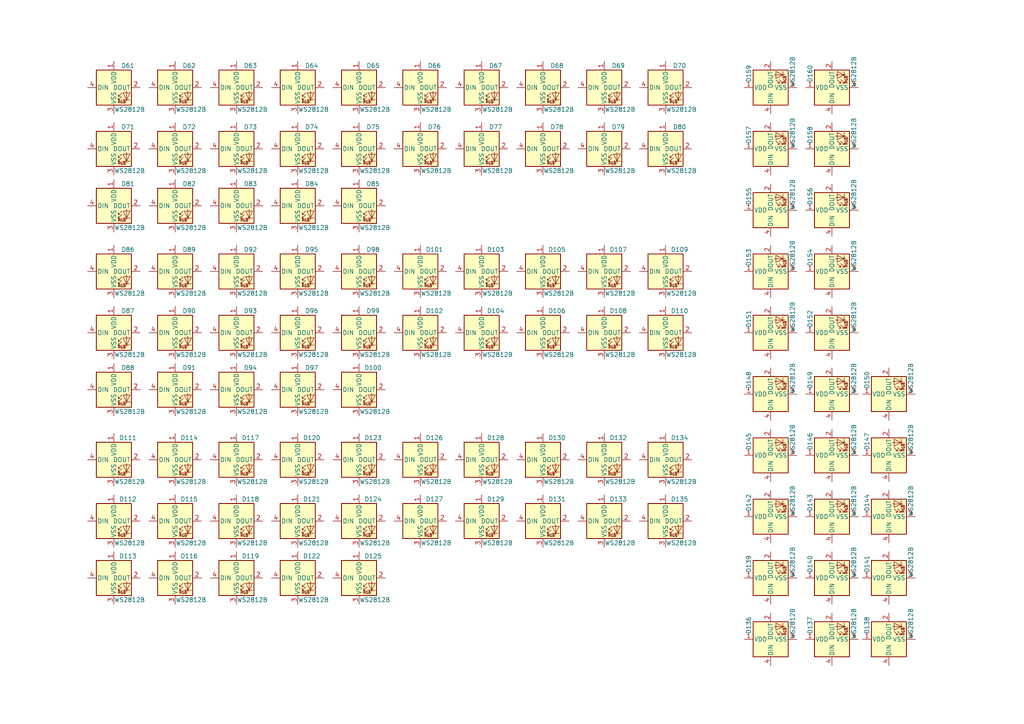
<source format=kicad_sch>
(kicad_sch (version 20231120) (generator "eeschema") (generator_version "8.0")
  (paper "A4")
  (lib_symbols
    (symbol "LED:WS2812B" (pin_names (offset 0.254))
      (property "Reference" "D" (at 5.08 5.715 0))
      (property "Value" "WS2812B" (at 1.27 -5.715 0))
      (symbol "WS2812B_0_0"
        (text "RGB" (at 2.286 -4.191 0) (effects (font (size 0.762 0.762))))
      )
      (symbol "WS2812B_0_1"
        (polyline (pts (xy 1.27 -3.556) (xy 1.778 -3.556)))
        (polyline (pts (xy 1.27 -2.54) (xy 1.778 -2.54)))
        (polyline (pts (xy 4.699 -3.556) (xy 2.667 -3.556)))
        (polyline (pts (xy 2.286 -2.54) (xy 1.27 -3.556) (xy 1.27 -3.048)))
        (polyline (pts (xy 2.286 -1.524) (xy 1.27 -2.54) (xy 1.27 -2.032)))
        (polyline (pts (xy 3.683 -1.016) (xy 3.683 -3.556) (xy 3.683 -4.064)))
        (polyline (pts (xy 4.699 -1.524) (xy 2.667 -1.524) (xy 3.683 -3.556) (xy 4.699 -1.524)))
        (rectangle (start 5.08 5.08) (end -5.08 -5.08) (stroke (width 0.254)) (fill (type background)))
      )
      (symbol "WS2812B_1_1"
        (pin power_in line (at 0 7.62 270) (length 2.54) (name "VDD") (number "1"))
        (pin output line (at 7.62 0 180) (length 2.54) (name "DOUT") (number "2"))
        (pin power_in line (at 0 -7.62 90) (length 2.54) (name "VSS") (number "3"))
        (pin input line (at -7.62 0 0) (length 2.54) (name "DIN") (number "4"))
      )
    )
  )
  (symbol (lib_id "LED:WS2812B") (at 121.92 151.13 0) (unit 1)
    (property "Reference" "D127" (at 125.984 144.78 0))
    (property "Value" "WS2812B" (at 126.492 157.48 0))
    (property "Footprint" "LED_SMD:LED_WS2812B-2020_PLCC4_2.0x2.0mm" (effects (hide yes)))
    (property "Datasheet" "https://cdn-shop.adafruit.com/datasheets/WS2812B.pdf" (effects (hide yes)))
    (property "Description" "RGB LED with integrated controller" (effects (hide yes)))
  )
  (symbol (lib_id "LED:WS2812B") (at 86.36 78.74 0) (unit 1)
    (property "Reference" "D95" (at 90.424 72.39 0))
    (property "Value" "WS2812B" (at 90.932 85.09 0))
    (property "Footprint" "LED_SMD:LED_WS2812B-2020_PLCC4_2.0x2.0mm" (effects (hide yes)))
    (property "Datasheet" "https://cdn-shop.adafruit.com/datasheets/WS2812B.pdf" (effects (hide yes)))
    (property "Description" "RGB LED with integrated controller" (effects (hide yes)))
  )
  (symbol (lib_id "LED:WS2812B") (at 50.8 151.13 0) (unit 1)
    (property "Reference" "D115" (at 54.864 144.78 0))
    (property "Value" "WS2812B" (at 55.372 157.48 0))
    (property "Footprint" "LED_SMD:LED_WS2812B-2020_PLCC4_2.0x2.0mm" (effects (hide yes)))
    (property "Datasheet" "https://cdn-shop.adafruit.com/datasheets/WS2812B.pdf" (effects (hide yes)))
    (property "Description" "RGB LED with integrated controller" (effects (hide yes)))
  )
  (symbol (lib_id "LED:WS2812B") (at 193.04 43.18 0) (unit 1)
    (property "Reference" "D80" (at 197.104 36.83 0))
    (property "Value" "WS2812B" (at 197.612 49.53 0))
    (property "Footprint" "LED_SMD:LED_WS2812B-2020_PLCC4_2.0x2.0mm" (effects (hide yes)))
    (property "Datasheet" "https://cdn-shop.adafruit.com/datasheets/WS2812B.pdf" (effects (hide yes)))
    (property "Description" "RGB LED with integrated controller" (effects (hide yes)))
  )
  (symbol (lib_id "LED:WS2812B") (at 223.52 114.3 90) (unit 1)
    (property "Reference" "D148" (at 217.17 110.236 0))
    (property "Value" "WS2812B" (at 229.87 109.728 0))
    (property "Footprint" "LED_SMD:LED_WS2812B-2020_PLCC4_2.0x2.0mm" (effects (hide yes)))
    (property "Datasheet" "https://cdn-shop.adafruit.com/datasheets/WS2812B.pdf" (effects (hide yes)))
    (property "Description" "RGB LED with integrated controller" (effects (hide yes)))
  )
  (symbol (lib_id "LED:WS2812B") (at 223.52 185.42 90) (unit 1)
    (property "Reference" "D136" (at 217.17 181.356 0))
    (property "Value" "WS2812B" (at 229.87 180.848 0))
    (property "Footprint" "LED_SMD:LED_WS2812B-2020_PLCC4_2.0x2.0mm" (effects (hide yes)))
    (property "Datasheet" "https://cdn-shop.adafruit.com/datasheets/WS2812B.pdf" (effects (hide yes)))
    (property "Description" "RGB LED with integrated controller" (effects (hide yes)))
  )
  (symbol (lib_id "LED:WS2812B") (at 223.52 78.74 90) (unit 1)
    (property "Reference" "D153" (at 217.17 74.676 0))
    (property "Value" "WS2812B" (at 229.87 74.168 0))
    (property "Footprint" "LED_SMD:LED_WS2812B-2020_PLCC4_2.0x2.0mm" (effects (hide yes)))
    (property "Datasheet" "https://cdn-shop.adafruit.com/datasheets/WS2812B.pdf" (effects (hide yes)))
    (property "Description" "RGB LED with integrated controller" (effects (hide yes)))
  )
  (symbol (lib_id "LED:WS2812B") (at 33.02 133.35 0) (unit 1)
    (property "Reference" "D111" (at 37.084 127 0))
    (property "Value" "WS2812B" (at 37.592 139.7 0))
    (property "Footprint" "LED_SMD:LED_WS2812B-2020_PLCC4_2.0x2.0mm" (effects (hide yes)))
    (property "Datasheet" "https://cdn-shop.adafruit.com/datasheets/WS2812B.pdf" (effects (hide yes)))
    (property "Description" "RGB LED with integrated controller" (effects (hide yes)))
  )
  (symbol (lib_id "LED:WS2812B") (at 175.26 133.35 0) (unit 1)
    (property "Reference" "D132" (at 179.324 127 0))
    (property "Value" "WS2812B" (at 179.832 139.7 0))
    (property "Footprint" "LED_SMD:LED_WS2812B-2020_PLCC4_2.0x2.0mm" (effects (hide yes)))
    (property "Datasheet" "https://cdn-shop.adafruit.com/datasheets/WS2812B.pdf" (effects (hide yes)))
    (property "Description" "RGB LED with integrated controller" (effects (hide yes)))
  )
  (symbol (lib_id "LED:WS2812B") (at 121.92 133.35 0) (unit 1)
    (property "Reference" "D126" (at 125.984 127 0))
    (property "Value" "WS2812B" (at 126.492 139.7 0))
    (property "Footprint" "LED_SMD:LED_WS2812B-2020_PLCC4_2.0x2.0mm" (effects (hide yes)))
    (property "Datasheet" "https://cdn-shop.adafruit.com/datasheets/WS2812B.pdf" (effects (hide yes)))
    (property "Description" "RGB LED with integrated controller" (effects (hide yes)))
  )
  (symbol (lib_id "LED:WS2812B") (at 241.3 43.18 90) (unit 1)
    (property "Reference" "D158" (at 234.95 39.116 0))
    (property "Value" "WS2812B" (at 247.65 38.608 0))
    (property "Footprint" "LED_SMD:LED_WS2812B-2020_PLCC4_2.0x2.0mm" (effects (hide yes)))
    (property "Datasheet" "https://cdn-shop.adafruit.com/datasheets/WS2812B.pdf" (effects (hide yes)))
    (property "Description" "RGB LED with integrated controller" (effects (hide yes)))
  )
  (symbol (lib_id "LED:WS2812B") (at 86.36 151.13 0) (unit 1)
    (property "Reference" "D121" (at 90.424 144.78 0))
    (property "Value" "WS2812B" (at 90.932 157.48 0))
    (property "Footprint" "LED_SMD:LED_WS2812B-2020_PLCC4_2.0x2.0mm" (effects (hide yes)))
    (property "Datasheet" "https://cdn-shop.adafruit.com/datasheets/WS2812B.pdf" (effects (hide yes)))
    (property "Description" "RGB LED with integrated controller" (effects (hide yes)))
  )
  (symbol (lib_id "LED:WS2812B") (at 50.8 43.18 0) (unit 1)
    (property "Reference" "D72" (at 54.864 36.83 0))
    (property "Value" "WS2812B" (at 55.372 49.53 0))
    (property "Footprint" "LED_SMD:LED_WS2812B-2020_PLCC4_2.0x2.0mm" (effects (hide yes)))
    (property "Datasheet" "https://cdn-shop.adafruit.com/datasheets/WS2812B.pdf" (effects (hide yes)))
    (property "Description" "RGB LED with integrated controller" (effects (hide yes)))
  )
  (symbol (lib_id "LED:WS2812B") (at 139.7 133.35 0) (unit 1)
    (property "Reference" "D128" (at 143.764 127 0))
    (property "Value" "WS2812B" (at 144.272 139.7 0))
    (property "Footprint" "LED_SMD:LED_WS2812B-2020_PLCC4_2.0x2.0mm" (effects (hide yes)))
    (property "Datasheet" "https://cdn-shop.adafruit.com/datasheets/WS2812B.pdf" (effects (hide yes)))
    (property "Description" "RGB LED with integrated controller" (effects (hide yes)))
  )
  (symbol (lib_id "LED:WS2812B") (at 193.04 96.52 0) (unit 1)
    (property "Reference" "D110" (at 197.104 90.17 0))
    (property "Value" "WS2812B" (at 197.612 102.87 0))
    (property "Footprint" "LED_SMD:LED_WS2812B-2020_PLCC4_2.0x2.0mm" (effects (hide yes)))
    (property "Datasheet" "https://cdn-shop.adafruit.com/datasheets/WS2812B.pdf" (effects (hide yes)))
    (property "Description" "RGB LED with integrated controller" (effects (hide yes)))
  )
  (symbol (lib_id "LED:WS2812B") (at 223.52 96.52 90) (unit 1)
    (property "Reference" "D151" (at 217.17 92.456 0))
    (property "Value" "WS2812B" (at 229.87 91.948 0))
    (property "Footprint" "LED_SMD:LED_WS2812B-2020_PLCC4_2.0x2.0mm" (effects (hide yes)))
    (property "Datasheet" "https://cdn-shop.adafruit.com/datasheets/WS2812B.pdf" (effects (hide yes)))
    (property "Description" "RGB LED with integrated controller" (effects (hide yes)))
  )
  (symbol (lib_id "LED:WS2812B") (at 257.81 167.64 90) (unit 1)
    (property "Reference" "D141" (at 251.46 163.576 0))
    (property "Value" "WS2812B" (at 264.16 163.068 0))
    (property "Footprint" "LED_SMD:LED_WS2812B-2020_PLCC4_2.0x2.0mm" (effects (hide yes)))
    (property "Datasheet" "https://cdn-shop.adafruit.com/datasheets/WS2812B.pdf" (effects (hide yes)))
    (property "Description" "RGB LED with integrated controller" (effects (hide yes)))
  )
  (symbol (lib_id "LED:WS2812B") (at 121.92 43.18 0) (unit 1)
    (property "Reference" "D76" (at 125.984 36.83 0))
    (property "Value" "WS2812B" (at 126.492 49.53 0))
    (property "Footprint" "LED_SMD:LED_WS2812B-2020_PLCC4_2.0x2.0mm" (effects (hide yes)))
    (property "Datasheet" "https://cdn-shop.adafruit.com/datasheets/WS2812B.pdf" (effects (hide yes)))
    (property "Description" "RGB LED with integrated controller" (effects (hide yes)))
  )
  (symbol (lib_id "LED:WS2812B") (at 241.3 96.52 90) (unit 1)
    (property "Reference" "D152" (at 234.95 92.456 0))
    (property "Value" "WS2812B" (at 247.65 91.948 0))
    (property "Footprint" "LED_SMD:LED_WS2812B-2020_PLCC4_2.0x2.0mm" (effects (hide yes)))
    (property "Datasheet" "https://cdn-shop.adafruit.com/datasheets/WS2812B.pdf" (effects (hide yes)))
    (property "Description" "RGB LED with integrated controller" (effects (hide yes)))
  )
  (symbol (lib_id "LED:WS2812B") (at 157.48 96.52 0) (unit 1)
    (property "Reference" "D106" (at 161.544 90.17 0))
    (property "Value" "WS2812B" (at 162.052 102.87 0))
    (property "Footprint" "LED_SMD:LED_WS2812B-2020_PLCC4_2.0x2.0mm" (effects (hide yes)))
    (property "Datasheet" "https://cdn-shop.adafruit.com/datasheets/WS2812B.pdf" (effects (hide yes)))
    (property "Description" "RGB LED with integrated controller" (effects (hide yes)))
  )
  (symbol (lib_id "LED:WS2812B") (at 86.36 113.03 0) (unit 1)
    (property "Reference" "D97" (at 90.424 106.68 0))
    (property "Value" "WS2812B" (at 90.932 119.38 0))
    (property "Footprint" "LED_SMD:LED_WS2812B-2020_PLCC4_2.0x2.0mm" (effects (hide yes)))
    (property "Datasheet" "https://cdn-shop.adafruit.com/datasheets/WS2812B.pdf" (effects (hide yes)))
    (property "Description" "RGB LED with integrated controller" (effects (hide yes)))
  )
  (symbol (lib_id "LED:WS2812B") (at 139.7 96.52 0) (unit 1)
    (property "Reference" "D104" (at 143.764 90.17 0))
    (property "Value" "WS2812B" (at 144.272 102.87 0))
    (property "Footprint" "LED_SMD:LED_WS2812B-2020_PLCC4_2.0x2.0mm" (effects (hide yes)))
    (property "Datasheet" "https://cdn-shop.adafruit.com/datasheets/WS2812B.pdf" (effects (hide yes)))
    (property "Description" "RGB LED with integrated controller" (effects (hide yes)))
  )
  (symbol (lib_id "LED:WS2812B") (at 68.58 25.4 0) (unit 1)
    (property "Reference" "D63" (at 72.644 19.05 0))
    (property "Value" "WS2812B" (at 73.152 31.75 0))
    (property "Footprint" "LED_SMD:LED_WS2812B-2020_PLCC4_2.0x2.0mm" (effects (hide yes)))
    (property "Datasheet" "https://cdn-shop.adafruit.com/datasheets/WS2812B.pdf" (effects (hide yes)))
    (property "Description" "RGB LED with integrated controller" (effects (hide yes)))
  )
  (symbol (lib_id "LED:WS2812B") (at 157.48 43.18 0) (unit 1)
    (property "Reference" "D78" (at 161.544 36.83 0))
    (property "Value" "WS2812B" (at 162.052 49.53 0))
    (property "Footprint" "LED_SMD:LED_WS2812B-2020_PLCC4_2.0x2.0mm" (effects (hide yes)))
    (property "Datasheet" "https://cdn-shop.adafruit.com/datasheets/WS2812B.pdf" (effects (hide yes)))
    (property "Description" "RGB LED with integrated controller" (effects (hide yes)))
  )
  (symbol (lib_id "LED:WS2812B") (at 157.48 151.13 0) (unit 1)
    (property "Reference" "D131" (at 161.544 144.78 0))
    (property "Value" "WS2812B" (at 162.052 157.48 0))
    (property "Footprint" "LED_SMD:LED_WS2812B-2020_PLCC4_2.0x2.0mm" (effects (hide yes)))
    (property "Datasheet" "https://cdn-shop.adafruit.com/datasheets/WS2812B.pdf" (effects (hide yes)))
    (property "Description" "RGB LED with integrated controller" (effects (hide yes)))
  )
  (symbol (lib_id "LED:WS2812B") (at 104.14 151.13 0) (unit 1)
    (property "Reference" "D124" (at 108.204 144.78 0))
    (property "Value" "WS2812B" (at 108.712 157.48 0))
    (property "Footprint" "LED_SMD:LED_WS2812B-2020_PLCC4_2.0x2.0mm" (effects (hide yes)))
    (property "Datasheet" "https://cdn-shop.adafruit.com/datasheets/WS2812B.pdf" (effects (hide yes)))
    (property "Description" "RGB LED with integrated controller" (effects (hide yes)))
  )
  (symbol (lib_id "LED:WS2812B") (at 104.14 43.18 0) (unit 1)
    (property "Reference" "D75" (at 108.204 36.83 0))
    (property "Value" "WS2812B" (at 108.712 49.53 0))
    (property "Footprint" "LED_SMD:LED_WS2812B-2020_PLCC4_2.0x2.0mm" (effects (hide yes)))
    (property "Datasheet" "https://cdn-shop.adafruit.com/datasheets/WS2812B.pdf" (effects (hide yes)))
    (property "Description" "RGB LED with integrated controller" (effects (hide yes)))
  )
  (symbol (lib_id "LED:WS2812B") (at 175.26 151.13 0) (unit 1)
    (property "Reference" "D133" (at 179.324 144.78 0))
    (property "Value" "WS2812B" (at 179.832 157.48 0))
    (property "Footprint" "LED_SMD:LED_WS2812B-2020_PLCC4_2.0x2.0mm" (effects (hide yes)))
    (property "Datasheet" "https://cdn-shop.adafruit.com/datasheets/WS2812B.pdf" (effects (hide yes)))
    (property "Description" "RGB LED with integrated controller" (effects (hide yes)))
  )
  (symbol (lib_id "LED:WS2812B") (at 50.8 78.74 0) (unit 1)
    (property "Reference" "D89" (at 54.864 72.39 0))
    (property "Value" "WS2812B" (at 55.372 85.09 0))
    (property "Footprint" "LED_SMD:LED_WS2812B-2020_PLCC4_2.0x2.0mm" (effects (hide yes)))
    (property "Datasheet" "https://cdn-shop.adafruit.com/datasheets/WS2812B.pdf" (effects (hide yes)))
    (property "Description" "RGB LED with integrated controller" (effects (hide yes)))
  )
  (symbol (lib_id "LED:WS2812B") (at 241.3 78.74 90) (unit 1)
    (property "Reference" "D154" (at 234.95 74.676 0))
    (property "Value" "WS2812B" (at 247.65 74.168 0))
    (property "Footprint" "LED_SMD:LED_WS2812B-2020_PLCC4_2.0x2.0mm" (effects (hide yes)))
    (property "Datasheet" "https://cdn-shop.adafruit.com/datasheets/WS2812B.pdf" (effects (hide yes)))
    (property "Description" "RGB LED with integrated controller" (effects (hide yes)))
  )
  (symbol (lib_id "LED:WS2812B") (at 241.3 185.42 90) (unit 1)
    (property "Reference" "D137" (at 234.95 181.356 0))
    (property "Value" "WS2812B" (at 247.65 180.848 0))
    (property "Footprint" "LED_SMD:LED_WS2812B-2020_PLCC4_2.0x2.0mm" (effects (hide yes)))
    (property "Datasheet" "https://cdn-shop.adafruit.com/datasheets/WS2812B.pdf" (effects (hide yes)))
    (property "Description" "RGB LED with integrated controller" (effects (hide yes)))
  )
  (symbol (lib_id "LED:WS2812B") (at 257.81 149.86 90) (unit 1)
    (property "Reference" "D144" (at 251.46 145.796 0))
    (property "Value" "WS2812B" (at 264.16 145.288 0))
    (property "Footprint" "LED_SMD:LED_WS2812B-2020_PLCC4_2.0x2.0mm" (effects (hide yes)))
    (property "Datasheet" "https://cdn-shop.adafruit.com/datasheets/WS2812B.pdf" (effects (hide yes)))
    (property "Description" "RGB LED with integrated controller" (effects (hide yes)))
  )
  (symbol (lib_id "LED:WS2812B") (at 223.52 43.18 90) (unit 1)
    (property "Reference" "D157" (at 217.17 39.116 0))
    (property "Value" "WS2812B" (at 229.87 38.608 0))
    (property "Footprint" "LED_SMD:LED_WS2812B-2020_PLCC4_2.0x2.0mm" (effects (hide yes)))
    (property "Datasheet" "https://cdn-shop.adafruit.com/datasheets/WS2812B.pdf" (effects (hide yes)))
    (property "Description" "RGB LED with integrated controller" (effects (hide yes)))
  )
  (symbol (lib_id "LED:WS2812B") (at 86.36 59.69 0) (unit 1)
    (property "Reference" "D84" (at 90.424 53.34 0))
    (property "Value" "WS2812B" (at 90.932 66.04 0))
    (property "Footprint" "LED_SMD:LED_WS2812B-2020_PLCC4_2.0x2.0mm" (effects (hide yes)))
    (property "Datasheet" "https://cdn-shop.adafruit.com/datasheets/WS2812B.pdf" (effects (hide yes)))
    (property "Description" "RGB LED with integrated controller" (effects (hide yes)))
  )
  (symbol (lib_id "LED:WS2812B") (at 157.48 133.35 0) (unit 1)
    (property "Reference" "D130" (at 161.544 127 0))
    (property "Value" "WS2812B" (at 162.052 139.7 0))
    (property "Footprint" "LED_SMD:LED_WS2812B-2020_PLCC4_2.0x2.0mm" (effects (hide yes)))
    (property "Datasheet" "https://cdn-shop.adafruit.com/datasheets/WS2812B.pdf" (effects (hide yes)))
    (property "Description" "RGB LED with integrated controller" (effects (hide yes)))
  )
  (symbol (lib_id "LED:WS2812B") (at 241.3 60.96 90) (unit 1)
    (property "Reference" "D156" (at 234.95 56.896 0))
    (property "Value" "WS2812B" (at 247.65 56.388 0))
    (property "Footprint" "LED_SMD:LED_WS2812B-2020_PLCC4_2.0x2.0mm" (effects (hide yes)))
    (property "Datasheet" "https://cdn-shop.adafruit.com/datasheets/WS2812B.pdf" (effects (hide yes)))
    (property "Description" "RGB LED with integrated controller" (effects (hide yes)))
  )
  (symbol (lib_id "LED:WS2812B") (at 33.02 151.13 0) (unit 1)
    (property "Reference" "D112" (at 37.084 144.78 0))
    (property "Value" "WS2812B" (at 37.592 157.48 0))
    (property "Footprint" "LED_SMD:LED_WS2812B-2020_PLCC4_2.0x2.0mm" (effects (hide yes)))
    (property "Datasheet" "https://cdn-shop.adafruit.com/datasheets/WS2812B.pdf" (effects (hide yes)))
    (property "Description" "RGB LED with integrated controller" (effects (hide yes)))
  )
  (symbol (lib_id "LED:WS2812B") (at 223.52 167.64 90) (unit 1)
    (property "Reference" "D139" (at 217.17 163.576 0))
    (property "Value" "WS2812B" (at 229.87 163.068 0))
    (property "Footprint" "LED_SMD:LED_WS2812B-2020_PLCC4_2.0x2.0mm" (effects (hide yes)))
    (property "Datasheet" "https://cdn-shop.adafruit.com/datasheets/WS2812B.pdf" (effects (hide yes)))
    (property "Description" "RGB LED with integrated controller" (effects (hide yes)))
  )
  (symbol (lib_id "LED:WS2812B") (at 104.14 78.74 0) (unit 1)
    (property "Reference" "D98" (at 108.204 72.39 0))
    (property "Value" "WS2812B" (at 108.712 85.09 0))
    (property "Footprint" "LED_SMD:LED_WS2812B-2020_PLCC4_2.0x2.0mm" (effects (hide yes)))
    (property "Datasheet" "https://cdn-shop.adafruit.com/datasheets/WS2812B.pdf" (effects (hide yes)))
    (property "Description" "RGB LED with integrated controller" (effects (hide yes)))
  )
  (symbol (lib_id "LED:WS2812B") (at 68.58 59.69 0) (unit 1)
    (property "Reference" "D83" (at 72.644 53.34 0))
    (property "Value" "WS2812B" (at 73.152 66.04 0))
    (property "Footprint" "LED_SMD:LED_WS2812B-2020_PLCC4_2.0x2.0mm" (effects (hide yes)))
    (property "Datasheet" "https://cdn-shop.adafruit.com/datasheets/WS2812B.pdf" (effects (hide yes)))
    (property "Description" "RGB LED with integrated controller" (effects (hide yes)))
  )
  (symbol (lib_id "LED:WS2812B") (at 157.48 25.4 0) (unit 1)
    (property "Reference" "D68" (at 161.544 19.05 0))
    (property "Value" "WS2812B" (at 162.052 31.75 0))
    (property "Footprint" "LED_SMD:LED_WS2812B-2020_PLCC4_2.0x2.0mm" (effects (hide yes)))
    (property "Datasheet" "https://cdn-shop.adafruit.com/datasheets/WS2812B.pdf" (effects (hide yes)))
    (property "Description" "RGB LED with integrated controller" (effects (hide yes)))
  )
  (symbol (lib_id "LED:WS2812B") (at 33.02 59.69 0) (unit 1)
    (property "Reference" "D81" (at 37.084 53.34 0))
    (property "Value" "WS2812B" (at 37.592 66.04 0))
    (property "Footprint" "LED_SMD:LED_WS2812B-2020_PLCC4_2.0x2.0mm" (effects (hide yes)))
    (property "Datasheet" "https://cdn-shop.adafruit.com/datasheets/WS2812B.pdf" (effects (hide yes)))
    (property "Description" "RGB LED with integrated controller" (effects (hide yes)))
  )
  (symbol (lib_id "LED:WS2812B") (at 50.8 59.69 0) (unit 1)
    (property "Reference" "D82" (at 54.864 53.34 0))
    (property "Value" "WS2812B" (at 55.372 66.04 0))
    (property "Footprint" "LED_SMD:LED_WS2812B-2020_PLCC4_2.0x2.0mm" (effects (hide yes)))
    (property "Datasheet" "https://cdn-shop.adafruit.com/datasheets/WS2812B.pdf" (effects (hide yes)))
    (property "Description" "RGB LED with integrated controller" (effects (hide yes)))
  )
  (symbol (lib_id "LED:WS2812B") (at 68.58 78.74 0) (unit 1)
    (property "Reference" "D92" (at 72.644 72.39 0))
    (property "Value" "WS2812B" (at 73.152 85.09 0))
    (property "Footprint" "LED_SMD:LED_WS2812B-2020_PLCC4_2.0x2.0mm" (effects (hide yes)))
    (property "Datasheet" "https://cdn-shop.adafruit.com/datasheets/WS2812B.pdf" (effects (hide yes)))
    (property "Description" "RGB LED with integrated controller" (effects (hide yes)))
  )
  (symbol (lib_id "LED:WS2812B") (at 68.58 151.13 0) (unit 1)
    (property "Reference" "D118" (at 72.644 144.78 0))
    (property "Value" "WS2812B" (at 73.152 157.48 0))
    (property "Footprint" "LED_SMD:LED_WS2812B-2020_PLCC4_2.0x2.0mm" (effects (hide yes)))
    (property "Datasheet" "https://cdn-shop.adafruit.com/datasheets/WS2812B.pdf" (effects (hide yes)))
    (property "Description" "RGB LED with integrated controller" (effects (hide yes)))
  )
  (symbol (lib_id "LED:WS2812B") (at 68.58 133.35 0) (unit 1)
    (property "Reference" "D117" (at 72.644 127 0))
    (property "Value" "WS2812B" (at 73.152 139.7 0))
    (property "Footprint" "LED_SMD:LED_WS2812B-2020_PLCC4_2.0x2.0mm" (effects (hide yes)))
    (property "Datasheet" "https://cdn-shop.adafruit.com/datasheets/WS2812B.pdf" (effects (hide yes)))
    (property "Description" "RGB LED with integrated controller" (effects (hide yes)))
  )
  (symbol (lib_id "LED:WS2812B") (at 175.26 25.4 0) (unit 1)
    (property "Reference" "D69" (at 179.324 19.05 0))
    (property "Value" "WS2812B" (at 179.832 31.75 0))
    (property "Footprint" "LED_SMD:LED_WS2812B-2020_PLCC4_2.0x2.0mm" (effects (hide yes)))
    (property "Datasheet" "https://cdn-shop.adafruit.com/datasheets/WS2812B.pdf" (effects (hide yes)))
    (property "Description" "RGB LED with integrated controller" (effects (hide yes)))
  )
  (symbol (lib_id "LED:WS2812B") (at 104.14 113.03 0) (unit 1)
    (property "Reference" "D100" (at 108.204 106.68 0))
    (property "Value" "WS2812B" (at 108.712 119.38 0))
    (property "Footprint" "LED_SMD:LED_WS2812B-2020_PLCC4_2.0x2.0mm" (effects (hide yes)))
    (property "Datasheet" "https://cdn-shop.adafruit.com/datasheets/WS2812B.pdf" (effects (hide yes)))
    (property "Description" "RGB LED with integrated controller" (effects (hide yes)))
  )
  (symbol (lib_id "LED:WS2812B") (at 68.58 96.52 0) (unit 1)
    (property "Reference" "D93" (at 72.644 90.17 0))
    (property "Value" "WS2812B" (at 73.152 102.87 0))
    (property "Footprint" "LED_SMD:LED_WS2812B-2020_PLCC4_2.0x2.0mm" (effects (hide yes)))
    (property "Datasheet" "https://cdn-shop.adafruit.com/datasheets/WS2812B.pdf" (effects (hide yes)))
    (property "Description" "RGB LED with integrated controller" (effects (hide yes)))
  )
  (symbol (lib_id "LED:WS2812B") (at 157.48 78.74 0) (unit 1)
    (property "Reference" "D105" (at 161.544 72.39 0))
    (property "Value" "WS2812B" (at 162.052 85.09 0))
    (property "Footprint" "LED_SMD:LED_WS2812B-2020_PLCC4_2.0x2.0mm" (effects (hide yes)))
    (property "Datasheet" "https://cdn-shop.adafruit.com/datasheets/WS2812B.pdf" (effects (hide yes)))
    (property "Description" "RGB LED with integrated controller" (effects (hide yes)))
  )
  (symbol (lib_id "LED:WS2812B") (at 139.7 151.13 0) (unit 1)
    (property "Reference" "D129" (at 143.764 144.78 0))
    (property "Value" "WS2812B" (at 144.272 157.48 0))
    (property "Footprint" "LED_SMD:LED_WS2812B-2020_PLCC4_2.0x2.0mm" (effects (hide yes)))
    (property "Datasheet" "https://cdn-shop.adafruit.com/datasheets/WS2812B.pdf" (effects (hide yes)))
    (property "Description" "RGB LED with integrated controller" (effects (hide yes)))
  )
  (symbol (lib_id "LED:WS2812B") (at 257.81 114.3 90) (unit 1)
    (property "Reference" "D150" (at 251.46 110.236 0))
    (property "Value" "WS2812B" (at 264.16 109.728 0))
    (property "Footprint" "LED_SMD:LED_WS2812B-2020_PLCC4_2.0x2.0mm" (effects (hide yes)))
    (property "Datasheet" "https://cdn-shop.adafruit.com/datasheets/WS2812B.pdf" (effects (hide yes)))
    (property "Description" "RGB LED with integrated controller" (effects (hide yes)))
  )
  (symbol (lib_id "LED:WS2812B") (at 33.02 43.18 0) (unit 1)
    (property "Reference" "D71" (at 37.084 36.83 0))
    (property "Value" "WS2812B" (at 37.592 49.53 0))
    (property "Footprint" "LED_SMD:LED_WS2812B-2020_PLCC4_2.0x2.0mm" (effects (hide yes)))
    (property "Datasheet" "https://cdn-shop.adafruit.com/datasheets/WS2812B.pdf" (effects (hide yes)))
    (property "Description" "RGB LED with integrated controller" (effects (hide yes)))
  )
  (symbol (lib_id "LED:WS2812B") (at 241.3 167.64 90) (unit 1)
    (property "Reference" "D140" (at 234.95 163.576 0))
    (property "Value" "WS2812B" (at 247.65 163.068 0))
    (property "Footprint" "LED_SMD:LED_WS2812B-2020_PLCC4_2.0x2.0mm" (effects (hide yes)))
    (property "Datasheet" "https://cdn-shop.adafruit.com/datasheets/WS2812B.pdf" (effects (hide yes)))
    (property "Description" "RGB LED with integrated controller" (effects (hide yes)))
  )
  (symbol (lib_id "LED:WS2812B") (at 223.52 132.08 90) (unit 1)
    (property "Reference" "D145" (at 217.17 128.016 0))
    (property "Value" "WS2812B" (at 229.87 127.508 0))
    (property "Footprint" "LED_SMD:LED_WS2812B-2020_PLCC4_2.0x2.0mm" (effects (hide yes)))
    (property "Datasheet" "https://cdn-shop.adafruit.com/datasheets/WS2812B.pdf" (effects (hide yes)))
    (property "Description" "RGB LED with integrated controller" (effects (hide yes)))
  )
  (symbol (lib_id "LED:WS2812B") (at 33.02 25.4 0) (unit 1)
    (property "Reference" "D61" (at 37.084 19.05 0))
    (property "Value" "WS2812B" (at 37.592 31.75 0))
    (property "Footprint" "LED_SMD:LED_WS2812B-2020_PLCC4_2.0x2.0mm" (effects (hide yes)))
    (property "Datasheet" "https://cdn-shop.adafruit.com/datasheets/WS2812B.pdf" (effects (hide yes)))
    (property "Description" "RGB LED with integrated controller" (effects (hide yes)))
  )
  (symbol (lib_id "LED:WS2812B") (at 50.8 167.64 0) (unit 1)
    (property "Reference" "D116" (at 54.864 161.29 0))
    (property "Value" "WS2812B" (at 55.372 173.99 0))
    (property "Footprint" "LED_SMD:LED_WS2812B-2020_PLCC4_2.0x2.0mm" (effects (hide yes)))
    (property "Datasheet" "https://cdn-shop.adafruit.com/datasheets/WS2812B.pdf" (effects (hide yes)))
    (property "Description" "RGB LED with integrated controller" (effects (hide yes)))
  )
  (symbol (lib_id "LED:WS2812B") (at 139.7 25.4 0) (unit 1)
    (property "Reference" "D67" (at 143.764 19.05 0))
    (property "Value" "WS2812B" (at 144.272 31.75 0))
    (property "Footprint" "LED_SMD:LED_WS2812B-2020_PLCC4_2.0x2.0mm" (effects (hide yes)))
    (property "Datasheet" "https://cdn-shop.adafruit.com/datasheets/WS2812B.pdf" (effects (hide yes)))
    (property "Description" "RGB LED with integrated controller" (effects (hide yes)))
  )
  (symbol (lib_id "LED:WS2812B") (at 175.26 96.52 0) (unit 1)
    (property "Reference" "D108" (at 179.324 90.17 0))
    (property "Value" "WS2812B" (at 179.832 102.87 0))
    (property "Footprint" "LED_SMD:LED_WS2812B-2020_PLCC4_2.0x2.0mm" (effects (hide yes)))
    (property "Datasheet" "https://cdn-shop.adafruit.com/datasheets/WS2812B.pdf" (effects (hide yes)))
    (property "Description" "RGB LED with integrated controller" (effects (hide yes)))
  )
  (symbol (lib_id "LED:WS2812B") (at 121.92 78.74 0) (unit 1)
    (property "Reference" "D101" (at 125.984 72.39 0))
    (property "Value" "WS2812B" (at 126.492 85.09 0))
    (property "Footprint" "LED_SMD:LED_WS2812B-2020_PLCC4_2.0x2.0mm" (effects (hide yes)))
    (property "Datasheet" "https://cdn-shop.adafruit.com/datasheets/WS2812B.pdf" (effects (hide yes)))
    (property "Description" "RGB LED with integrated controller" (effects (hide yes)))
  )
  (symbol (lib_id "LED:WS2812B") (at 86.36 167.64 0) (unit 1)
    (property "Reference" "D122" (at 90.424 161.29 0))
    (property "Value" "WS2812B" (at 90.932 173.99 0))
    (property "Footprint" "LED_SMD:LED_WS2812B-2020_PLCC4_2.0x2.0mm" (effects (hide yes)))
    (property "Datasheet" "https://cdn-shop.adafruit.com/datasheets/WS2812B.pdf" (effects (hide yes)))
    (property "Description" "RGB LED with integrated controller" (effects (hide yes)))
  )
  (symbol (lib_id "LED:WS2812B") (at 223.52 149.86 90) (unit 1)
    (property "Reference" "D142" (at 217.17 145.796 0))
    (property "Value" "WS2812B" (at 229.87 145.288 0))
    (property "Footprint" "LED_SMD:LED_WS2812B-2020_PLCC4_2.0x2.0mm" (effects (hide yes)))
    (property "Datasheet" "https://cdn-shop.adafruit.com/datasheets/WS2812B.pdf" (effects (hide yes)))
    (property "Description" "RGB LED with integrated controller" (effects (hide yes)))
  )
  (symbol (lib_id "LED:WS2812B") (at 50.8 113.03 0) (unit 1)
    (property "Reference" "D91" (at 54.864 106.68 0))
    (property "Value" "WS2812B" (at 55.372 119.38 0))
    (property "Footprint" "LED_SMD:LED_WS2812B-2020_PLCC4_2.0x2.0mm" (effects (hide yes)))
    (property "Datasheet" "https://cdn-shop.adafruit.com/datasheets/WS2812B.pdf" (effects (hide yes)))
    (property "Description" "RGB LED with integrated controller" (effects (hide yes)))
  )
  (symbol (lib_id "LED:WS2812B") (at 33.02 167.64 0) (unit 1)
    (property "Reference" "D113" (at 37.084 161.29 0))
    (property "Value" "WS2812B" (at 37.592 173.99 0))
    (property "Footprint" "LED_SMD:LED_WS2812B-2020_PLCC4_2.0x2.0mm" (effects (hide yes)))
    (property "Datasheet" "https://cdn-shop.adafruit.com/datasheets/WS2812B.pdf" (effects (hide yes)))
    (property "Description" "RGB LED with integrated controller" (effects (hide yes)))
  )
  (symbol (lib_id "LED:WS2812B") (at 104.14 167.64 0) (unit 1)
    (property "Reference" "D125" (at 108.204 161.29 0))
    (property "Value" "WS2812B" (at 108.712 173.99 0))
    (property "Footprint" "LED_SMD:LED_WS2812B-2020_PLCC4_2.0x2.0mm" (effects (hide yes)))
    (property "Datasheet" "https://cdn-shop.adafruit.com/datasheets/WS2812B.pdf" (effects (hide yes)))
    (property "Description" "RGB LED with integrated controller" (effects (hide yes)))
  )
  (symbol (lib_id "LED:WS2812B") (at 33.02 78.74 0) (unit 1)
    (property "Reference" "D86" (at 37.084 72.39 0))
    (property "Value" "WS2812B" (at 37.592 85.09 0))
    (property "Footprint" "LED_SMD:LED_WS2812B-2020_PLCC4_2.0x2.0mm" (effects (hide yes)))
    (property "Datasheet" "https://cdn-shop.adafruit.com/datasheets/WS2812B.pdf" (effects (hide yes)))
    (property "Description" "RGB LED with integrated controller" (effects (hide yes)))
  )
  (symbol (lib_id "LED:WS2812B") (at 223.52 60.96 90) (unit 1)
    (property "Reference" "D155" (at 217.17 56.896 0))
    (property "Value" "WS2812B" (at 229.87 56.388 0))
    (property "Footprint" "LED_SMD:LED_WS2812B-2020_PLCC4_2.0x2.0mm" (effects (hide yes)))
    (property "Datasheet" "https://cdn-shop.adafruit.com/datasheets/WS2812B.pdf" (effects (hide yes)))
    (property "Description" "RGB LED with integrated controller" (effects (hide yes)))
  )
  (symbol (lib_id "LED:WS2812B") (at 257.81 132.08 90) (unit 1)
    (property "Reference" "D147" (at 251.46 128.016 0))
    (property "Value" "WS2812B" (at 264.16 127.508 0))
    (property "Footprint" "LED_SMD:LED_WS2812B-2020_PLCC4_2.0x2.0mm" (effects (hide yes)))
    (property "Datasheet" "https://cdn-shop.adafruit.com/datasheets/WS2812B.pdf" (effects (hide yes)))
    (property "Description" "RGB LED with integrated controller" (effects (hide yes)))
  )
  (symbol (lib_id "LED:WS2812B") (at 241.3 114.3 90) (unit 1)
    (property "Reference" "D149" (at 234.95 110.236 0))
    (property "Value" "WS2812B" (at 247.65 109.728 0))
    (property "Footprint" "LED_SMD:LED_WS2812B-2020_PLCC4_2.0x2.0mm" (effects (hide yes)))
    (property "Datasheet" "https://cdn-shop.adafruit.com/datasheets/WS2812B.pdf" (effects (hide yes)))
    (property "Description" "RGB LED with integrated controller" (effects (hide yes)))
  )
  (symbol (lib_id "LED:WS2812B") (at 68.58 167.64 0) (unit 1)
    (property "Reference" "D119" (at 72.644 161.29 0))
    (property "Value" "WS2812B" (at 73.152 173.99 0))
    (property "Footprint" "LED_SMD:LED_WS2812B-2020_PLCC4_2.0x2.0mm" (effects (hide yes)))
    (property "Datasheet" "https://cdn-shop.adafruit.com/datasheets/WS2812B.pdf" (effects (hide yes)))
    (property "Description" "RGB LED with integrated controller" (effects (hide yes)))
  )
  (symbol (lib_id "LED:WS2812B") (at 241.3 149.86 90) (unit 1)
    (property "Reference" "D143" (at 234.95 145.796 0))
    (property "Value" "WS2812B" (at 247.65 145.288 0))
    (property "Footprint" "LED_SMD:LED_WS2812B-2020_PLCC4_2.0x2.0mm" (effects (hide yes)))
    (property "Datasheet" "https://cdn-shop.adafruit.com/datasheets/WS2812B.pdf" (effects (hide yes)))
    (property "Description" "RGB LED with integrated controller" (effects (hide yes)))
  )
  (symbol (lib_id "LED:WS2812B") (at 33.02 113.03 0) (unit 1)
    (property "Reference" "D88" (at 37.084 106.68 0))
    (property "Value" "WS2812B" (at 37.592 119.38 0))
    (property "Footprint" "LED_SMD:LED_WS2812B-2020_PLCC4_2.0x2.0mm" (effects (hide yes)))
    (property "Datasheet" "https://cdn-shop.adafruit.com/datasheets/WS2812B.pdf" (effects (hide yes)))
    (property "Description" "RGB LED with integrated controller" (effects (hide yes)))
  )
  (symbol (lib_id "LED:WS2812B") (at 193.04 78.74 0) (unit 1)
    (property "Reference" "D109" (at 197.104 72.39 0))
    (property "Value" "WS2812B" (at 197.612 85.09 0))
    (property "Footprint" "LED_SMD:LED_WS2812B-2020_PLCC4_2.0x2.0mm" (effects (hide yes)))
    (property "Datasheet" "https://cdn-shop.adafruit.com/datasheets/WS2812B.pdf" (effects (hide yes)))
    (property "Description" "RGB LED with integrated controller" (effects (hide yes)))
  )
  (symbol (lib_id "LED:WS2812B") (at 68.58 113.03 0) (unit 1)
    (property "Reference" "D94" (at 72.644 106.68 0))
    (property "Value" "WS2812B" (at 73.152 119.38 0))
    (property "Footprint" "LED_SMD:LED_WS2812B-2020_PLCC4_2.0x2.0mm" (effects (hide yes)))
    (property "Datasheet" "https://cdn-shop.adafruit.com/datasheets/WS2812B.pdf" (effects (hide yes)))
    (property "Description" "RGB LED with integrated controller" (effects (hide yes)))
  )
  (symbol (lib_id "LED:WS2812B") (at 121.92 96.52 0) (unit 1)
    (property "Reference" "D102" (at 125.984 90.17 0))
    (property "Value" "WS2812B" (at 126.492 102.87 0))
    (property "Footprint" "LED_SMD:LED_WS2812B-2020_PLCC4_2.0x2.0mm" (effects (hide yes)))
    (property "Datasheet" "https://cdn-shop.adafruit.com/datasheets/WS2812B.pdf" (effects (hide yes)))
    (property "Description" "RGB LED with integrated controller" (effects (hide yes)))
  )
  (symbol (lib_id "LED:WS2812B") (at 33.02 96.52 0) (unit 1)
    (property "Reference" "D87" (at 37.084 90.17 0))
    (property "Value" "WS2812B" (at 37.592 102.87 0))
    (property "Footprint" "LED_SMD:LED_WS2812B-2020_PLCC4_2.0x2.0mm" (effects (hide yes)))
    (property "Datasheet" "https://cdn-shop.adafruit.com/datasheets/WS2812B.pdf" (effects (hide yes)))
    (property "Description" "RGB LED with integrated controller" (effects (hide yes)))
  )
  (symbol (lib_id "LED:WS2812B") (at 104.14 59.69 0) (unit 1)
    (property "Reference" "D85" (at 108.204 53.34 0))
    (property "Value" "WS2812B" (at 108.712 66.04 0))
    (property "Footprint" "LED_SMD:LED_WS2812B-2020_PLCC4_2.0x2.0mm" (effects (hide yes)))
    (property "Datasheet" "https://cdn-shop.adafruit.com/datasheets/WS2812B.pdf" (effects (hide yes)))
    (property "Description" "RGB LED with integrated controller" (effects (hide yes)))
  )
  (symbol (lib_id "LED:WS2812B") (at 175.26 78.74 0) (unit 1)
    (property "Reference" "D107" (at 179.324 72.39 0))
    (property "Value" "WS2812B" (at 179.832 85.09 0))
    (property "Footprint" "LED_SMD:LED_WS2812B-2020_PLCC4_2.0x2.0mm" (effects (hide yes)))
    (property "Datasheet" "https://cdn-shop.adafruit.com/datasheets/WS2812B.pdf" (effects (hide yes)))
    (property "Description" "RGB LED with integrated controller" (effects (hide yes)))
  )
  (symbol (lib_id "LED:WS2812B") (at 139.7 43.18 0) (unit 1)
    (property "Reference" "D77" (at 143.764 36.83 0))
    (property "Value" "WS2812B" (at 144.272 49.53 0))
    (property "Footprint" "LED_SMD:LED_WS2812B-2020_PLCC4_2.0x2.0mm" (effects (hide yes)))
    (property "Datasheet" "https://cdn-shop.adafruit.com/datasheets/WS2812B.pdf" (effects (hide yes)))
    (property "Description" "RGB LED with integrated controller" (effects (hide yes)))
  )
  (symbol (lib_id "LED:WS2812B") (at 86.36 25.4 0) (unit 1)
    (property "Reference" "D64" (at 90.424 19.05 0))
    (property "Value" "WS2812B" (at 90.932 31.75 0))
    (property "Footprint" "LED_SMD:LED_WS2812B-2020_PLCC4_2.0x2.0mm" (effects (hide yes)))
    (property "Datasheet" "https://cdn-shop.adafruit.com/datasheets/WS2812B.pdf" (effects (hide yes)))
    (property "Description" "RGB LED with integrated controller" (effects (hide yes)))
  )
  (symbol (lib_id "LED:WS2812B") (at 104.14 25.4 0) (unit 1)
    (property "Reference" "D65" (at 108.204 19.05 0))
    (property "Value" "WS2812B" (at 108.712 31.75 0))
    (property "Footprint" "LED_SMD:LED_WS2812B-2020_PLCC4_2.0x2.0mm" (effects (hide yes)))
    (property "Datasheet" "https://cdn-shop.adafruit.com/datasheets/WS2812B.pdf" (effects (hide yes)))
    (property "Description" "RGB LED with integrated controller" (effects (hide yes)))
  )
  (symbol (lib_id "LED:WS2812B") (at 104.14 133.35 0) (unit 1)
    (property "Reference" "D123" (at 108.204 127 0))
    (property "Value" "WS2812B" (at 108.712 139.7 0))
    (property "Footprint" "LED_SMD:LED_WS2812B-2020_PLCC4_2.0x2.0mm" (effects (hide yes)))
    (property "Datasheet" "https://cdn-shop.adafruit.com/datasheets/WS2812B.pdf" (effects (hide yes)))
    (property "Description" "RGB LED with integrated controller" (effects (hide yes)))
  )
  (symbol (lib_id "LED:WS2812B") (at 68.58 43.18 0) (unit 1)
    (property "Reference" "D73" (at 72.644 36.83 0))
    (property "Value" "WS2812B" (at 73.152 49.53 0))
    (property "Footprint" "LED_SMD:LED_WS2812B-2020_PLCC4_2.0x2.0mm" (effects (hide yes)))
    (property "Datasheet" "https://cdn-shop.adafruit.com/datasheets/WS2812B.pdf" (effects (hide yes)))
    (property "Description" "RGB LED with integrated controller" (effects (hide yes)))
  )
  (symbol (lib_id "LED:WS2812B") (at 50.8 133.35 0) (unit 1)
    (property "Reference" "D114" (at 54.864 127 0))
    (property "Value" "WS2812B" (at 55.372 139.7 0))
    (property "Footprint" "LED_SMD:LED_WS2812B-2020_PLCC4_2.0x2.0mm" (effects (hide yes)))
    (property "Datasheet" "https://cdn-shop.adafruit.com/datasheets/WS2812B.pdf" (effects (hide yes)))
    (property "Description" "RGB LED with integrated controller" (effects (hide yes)))
  )
  (symbol (lib_id "LED:WS2812B") (at 257.81 185.42 90) (unit 1)
    (property "Reference" "D138" (at 251.46 181.356 0))
    (property "Value" "WS2812B" (at 264.16 180.848 0))
    (property "Footprint" "LED_SMD:LED_WS2812B-2020_PLCC4_2.0x2.0mm" (effects (hide yes)))
    (property "Datasheet" "https://cdn-shop.adafruit.com/datasheets/WS2812B.pdf" (effects (hide yes)))
    (property "Description" "RGB LED with integrated controller" (effects (hide yes)))
  )
  (symbol (lib_id "LED:WS2812B") (at 86.36 133.35 0) (unit 1)
    (property "Reference" "D120" (at 90.424 127 0))
    (property "Value" "WS2812B" (at 90.932 139.7 0))
    (property "Footprint" "LED_SMD:LED_WS2812B-2020_PLCC4_2.0x2.0mm" (effects (hide yes)))
    (property "Datasheet" "https://cdn-shop.adafruit.com/datasheets/WS2812B.pdf" (effects (hide yes)))
    (property "Description" "RGB LED with integrated controller" (effects (hide yes)))
  )
  (symbol (lib_id "LED:WS2812B") (at 241.3 132.08 90) (unit 1)
    (property "Reference" "D146" (at 234.95 128.016 0))
    (property "Value" "WS2812B" (at 247.65 127.508 0))
    (property "Footprint" "LED_SMD:LED_WS2812B-2020_PLCC4_2.0x2.0mm" (effects (hide yes)))
    (property "Datasheet" "https://cdn-shop.adafruit.com/datasheets/WS2812B.pdf" (effects (hide yes)))
    (property "Description" "RGB LED with integrated controller" (effects (hide yes)))
  )
  (symbol (lib_id "LED:WS2812B") (at 223.52 25.4 90) (unit 1)
    (property "Reference" "D159" (at 217.17 21.336 0))
    (property "Value" "WS2812B" (at 229.87 20.828 0))
    (property "Footprint" "LED_SMD:LED_WS2812B-2020_PLCC4_2.0x2.0mm" (effects (hide yes)))
    (property "Datasheet" "https://cdn-shop.adafruit.com/datasheets/WS2812B.pdf" (effects (hide yes)))
    (property "Description" "RGB LED with integrated controller" (effects (hide yes)))
  )
  (symbol (lib_id "LED:WS2812B") (at 139.7 78.74 0) (unit 1)
    (property "Reference" "D103" (at 143.764 72.39 0))
    (property "Value" "WS2812B" (at 144.272 85.09 0))
    (property "Footprint" "LED_SMD:LED_WS2812B-2020_PLCC4_2.0x2.0mm" (effects (hide yes)))
    (property "Datasheet" "https://cdn-shop.adafruit.com/datasheets/WS2812B.pdf" (effects (hide yes)))
    (property "Description" "RGB LED with integrated controller" (effects (hide yes)))
  )
  (symbol (lib_id "LED:WS2812B") (at 175.26 43.18 0) (unit 1)
    (property "Reference" "D79" (at 179.324 36.83 0))
    (property "Value" "WS2812B" (at 179.832 49.53 0))
    (property "Footprint" "LED_SMD:LED_WS2812B-2020_PLCC4_2.0x2.0mm" (effects (hide yes)))
    (property "Datasheet" "https://cdn-shop.adafruit.com/datasheets/WS2812B.pdf" (effects (hide yes)))
    (property "Description" "RGB LED with integrated controller" (effects (hide yes)))
  )
  (symbol (lib_id "LED:WS2812B") (at 50.8 25.4 0) (unit 1)
    (property "Reference" "D62" (at 54.864 19.05 0))
    (property "Value" "WS2812B" (at 55.372 31.75 0))
    (property "Footprint" "LED_SMD:LED_WS2812B-2020_PLCC4_2.0x2.0mm" (effects (hide yes)))
    (property "Datasheet" "https://cdn-shop.adafruit.com/datasheets/WS2812B.pdf" (effects (hide yes)))
    (property "Description" "RGB LED with integrated controller" (effects (hide yes)))
  )
  (symbol (lib_id "LED:WS2812B") (at 241.3 25.4 90) (unit 1)
    (property "Reference" "D160" (at 234.95 21.336 0))
    (property "Value" "WS2812B" (at 247.65 20.828 0))
    (property "Footprint" "LED_SMD:LED_WS2812B-2020_PLCC4_2.0x2.0mm" (effects (hide yes)))
    (property "Datasheet" "https://cdn-shop.adafruit.com/datasheets/WS2812B.pdf" (effects (hide yes)))
    (property "Description" "RGB LED with integrated controller" (effects (hide yes)))
  )
  (symbol (lib_id "LED:WS2812B") (at 193.04 133.35 0) (unit 1)
    (property "Reference" "D134" (at 197.104 127 0))
    (property "Value" "WS2812B" (at 197.612 139.7 0))
    (property "Footprint" "LED_SMD:LED_WS2812B-2020_PLCC4_2.0x2.0mm" (effects (hide yes)))
    (property "Datasheet" "https://cdn-shop.adafruit.com/datasheets/WS2812B.pdf" (effects (hide yes)))
    (property "Description" "RGB LED with integrated controller" (effects (hide yes)))
  )
  (symbol (lib_id "LED:WS2812B") (at 86.36 43.18 0) (unit 1)
    (property "Reference" "D74" (at 90.424 36.83 0))
    (property "Value" "WS2812B" (at 90.932 49.53 0))
    (property "Footprint" "LED_SMD:LED_WS2812B-2020_PLCC4_2.0x2.0mm" (effects (hide yes)))
    (property "Datasheet" "https://cdn-shop.adafruit.com/datasheets/WS2812B.pdf" (effects (hide yes)))
    (property "Description" "RGB LED with integrated controller" (effects (hide yes)))
  )
  (symbol (lib_id "LED:WS2812B") (at 193.04 151.13 0) (unit 1)
    (property "Reference" "D135" (at 197.104 144.78 0))
    (property "Value" "WS2812B" (at 197.612 157.48 0))
    (property "Footprint" "LED_SMD:LED_WS2812B-2020_PLCC4_2.0x2.0mm" (effects (hide yes)))
    (property "Datasheet" "https://cdn-shop.adafruit.com/datasheets/WS2812B.pdf" (effects (hide yes)))
    (property "Description" "RGB LED with integrated controller" (effects (hide yes)))
  )
  (symbol (lib_id "LED:WS2812B") (at 86.36 96.52 0) (unit 1)
    (property "Reference" "D96" (at 90.424 90.17 0))
    (property "Value" "WS2812B" (at 90.932 102.87 0))
    (property "Footprint" "LED_SMD:LED_WS2812B-2020_PLCC4_2.0x2.0mm" (effects (hide yes)))
    (property "Datasheet" "https://cdn-shop.adafruit.com/datasheets/WS2812B.pdf" (effects (hide yes)))
    (property "Description" "RGB LED with integrated controller" (effects (hide yes)))
  )
  (symbol (lib_id "LED:WS2812B") (at 193.04 25.4 0) (unit 1)
    (property "Reference" "D70" (at 197.104 19.05 0))
    (property "Value" "WS2812B" (at 197.612 31.75 0))
    (property "Footprint" "LED_SMD:LED_WS2812B-2020_PLCC4_2.0x2.0mm" (effects (hide yes)))
    (property "Datasheet" "https://cdn-shop.adafruit.com/datasheets/WS2812B.pdf" (effects (hide yes)))
    (property "Description" "RGB LED with integrated controller" (effects (hide yes)))
  )
  (symbol (lib_id "LED:WS2812B") (at 121.92 25.4 0) (unit 1)
    (property "Reference" "D66" (at 125.984 19.05 0))
    (property "Value" "WS2812B" (at 126.492 31.75 0))
    (property "Footprint" "LED_SMD:LED_WS2812B-2020_PLCC4_2.0x2.0mm" (effects (hide yes)))
    (property "Datasheet" "https://cdn-shop.adafruit.com/datasheets/WS2812B.pdf" (effects (hide yes)))
    (property "Description" "RGB LED with integrated controller" (effects (hide yes)))
  )
  (symbol (lib_id "LED:WS2812B") (at 50.8 96.52 0) (unit 1)
    (property "Reference" "D90" (at 54.864 90.17 0))
    (property "Value" "WS2812B" (at 55.372 102.87 0))
    (property "Footprint" "LED_SMD:LED_WS2812B-2020_PLCC4_2.0x2.0mm" (effects (hide yes)))
    (property "Datasheet" "https://cdn-shop.adafruit.com/datasheets/WS2812B.pdf" (effects (hide yes)))
    (property "Description" "RGB LED with integrated controller" (effects (hide yes)))
  )
  (symbol (lib_id "LED:WS2812B") (at 104.14 96.52 0) (unit 1)
    (property "Reference" "D99" (at 108.204 90.17 0))
    (property "Value" "WS2812B" (at 108.712 102.87 0))
    (property "Footprint" "LED_SMD:LED_WS2812B-2020_PLCC4_2.0x2.0mm" (effects (hide yes)))
    (property "Datasheet" "https://cdn-shop.adafruit.com/datasheets/WS2812B.pdf" (effects (hide yes)))
    (property "Description" "RGB LED with integrated controller" (effects (hide yes)))
  )
)
</source>
